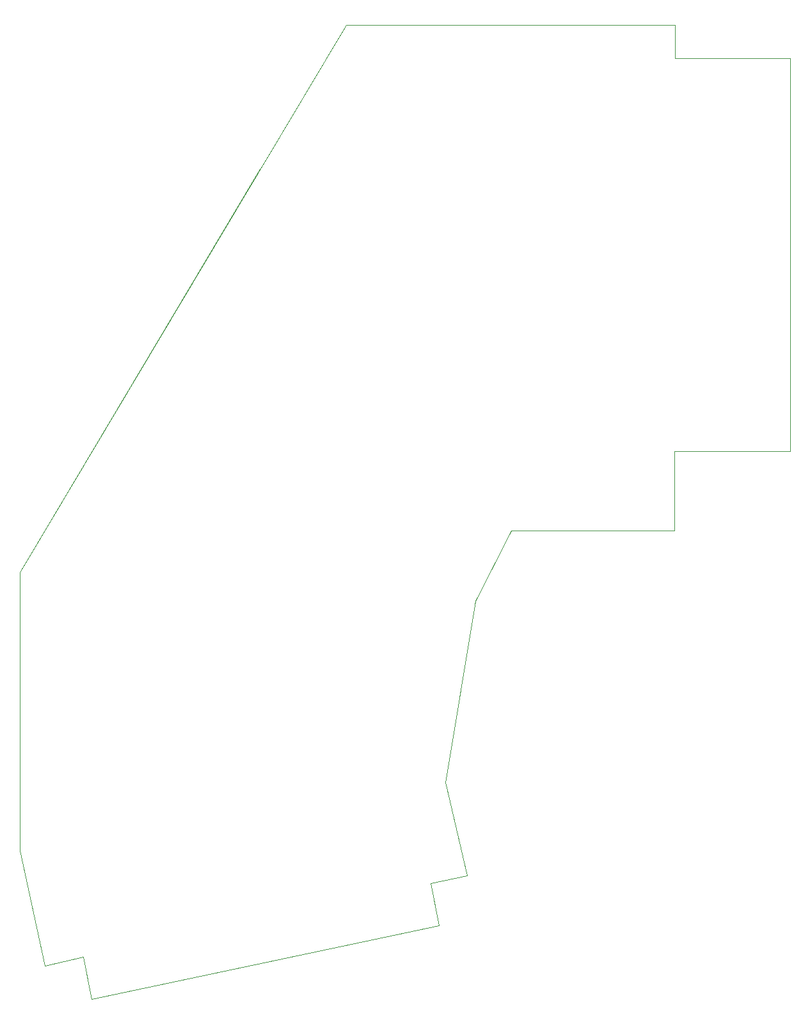
<source format=gbr>
G04 (created by PCBNEW (2013-07-07 BZR 4022)-stable) date 27/12/2022 09:16:34*
%MOIN*%
G04 Gerber Fmt 3.4, Leading zero omitted, Abs format*
%FSLAX34Y34*%
G01*
G70*
G90*
G04 APERTURE LIST*
%ADD10C,0.00590551*%
%ADD11C,0.00393701*%
G04 APERTURE END LIST*
G54D10*
G54D11*
X-34150Y-43000D02*
X-34150Y-28500D01*
X-34150Y-43000D02*
X-32850Y-49000D01*
X-10400Y-30000D02*
X-11975Y-39475D01*
X-11975Y-39450D02*
X-10850Y-44300D01*
X-11500Y0D02*
X-17150Y0D01*
X-2950Y-26350D02*
X-8550Y-26350D01*
X6000Y-1750D02*
X0Y-1750D01*
X6000Y-1750D02*
X6000Y-22200D01*
X0Y0D02*
X-12000Y0D01*
X0Y-1750D02*
X0Y0D01*
X-8550Y-26350D02*
X-10400Y-30000D01*
X-50Y-26350D02*
X-3450Y-26350D01*
X-50Y-22200D02*
X-50Y-26350D01*
X5950Y-22200D02*
X-50Y-22200D01*
X-12750Y-44700D02*
X-10850Y-44300D01*
X-12300Y-46900D02*
X-12750Y-44700D01*
X-30400Y-50750D02*
X-12300Y-46900D01*
X-30850Y-48550D02*
X-30400Y-50750D01*
X-32850Y-49000D02*
X-30850Y-48550D01*
X-34150Y-28500D02*
X-17150Y0D01*
X-21650Y-7500D02*
X-34150Y-28500D01*
M02*

</source>
